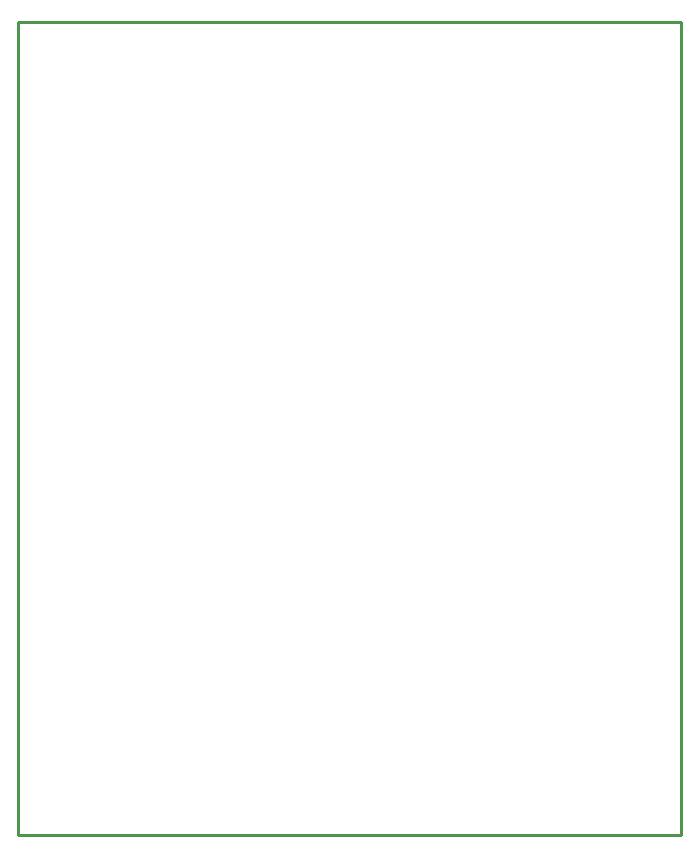
<source format=gko>
G04 Layer: BoardOutline*
G04 EasyEDA v6.1.52, Mon, 08 Jul 2019 10:21:38 GMT*
G04 5413f9b5b7f849b2b35cf240694ed7f1,988ceec4d1f441188f864a740997233d,10*
G04 Gerber Generator version 0.2*
G04 Scale: 100 percent, Rotated: No, Reflected: No *
G04 Dimensions in millimeters *
G04 leading zeros omitted , absolute positions ,3 integer and 3 decimal *
%FSLAX33Y33*%
%MOMM*%
G90*
G71D02*

%ADD10C,0.254000*%
G54D10*
G01X0Y68834D02*
G01X56134Y68834D01*
G01X56134Y0D01*
G01X0Y0D01*
G01X0Y68834D01*

%LPD*%
M00*
M02*

</source>
